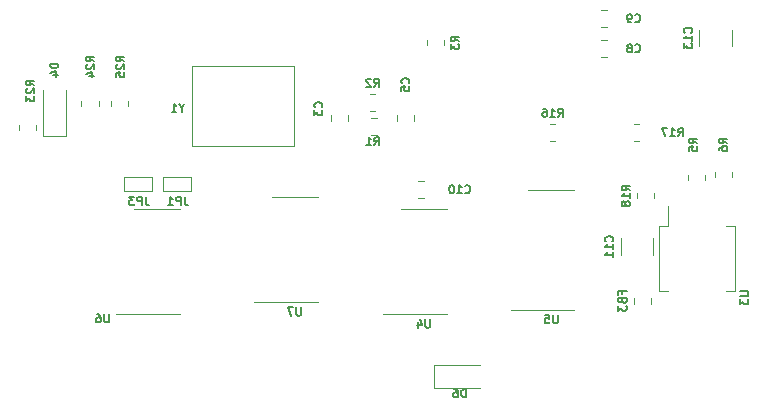
<source format=gbr>
G04 #@! TF.GenerationSoftware,KiCad,Pcbnew,5.1.5+dfsg1-2build2*
G04 #@! TF.CreationDate,2022-11-02T21:13:42+00:00*
G04 #@! TF.ProjectId,psion-speech-sp0256al2,7073696f-6e2d-4737-9065-6563682d7370,rev?*
G04 #@! TF.SameCoordinates,Original*
G04 #@! TF.FileFunction,Legend,Bot*
G04 #@! TF.FilePolarity,Positive*
%FSLAX46Y46*%
G04 Gerber Fmt 4.6, Leading zero omitted, Abs format (unit mm)*
G04 Created by KiCad (PCBNEW 5.1.5+dfsg1-2build2) date 2022-11-02 21:13:42*
%MOMM*%
%LPD*%
G04 APERTURE LIST*
%ADD10C,0.120000*%
%ADD11C,0.150000*%
G04 APERTURE END LIST*
D10*
X105320000Y-99738748D02*
X105320000Y-101161252D01*
X102600000Y-99738748D02*
X102600000Y-101161252D01*
X90050000Y-123435000D02*
X86600000Y-123435000D01*
X90050000Y-123435000D02*
X92000000Y-123435000D01*
X90050000Y-113315000D02*
X88100000Y-113315000D01*
X90050000Y-113315000D02*
X92000000Y-113315000D01*
X68300000Y-102800000D02*
X68200000Y-102800000D01*
X68300000Y-109600000D02*
X68300000Y-102800000D01*
X59600000Y-109600000D02*
X68300000Y-109600000D01*
X59600000Y-102800000D02*
X59600000Y-109600000D01*
X68200000Y-102800000D02*
X59600000Y-102800000D01*
X79248000Y-123815000D02*
X75798000Y-123815000D01*
X79248000Y-123815000D02*
X81198000Y-123815000D01*
X79248000Y-114945000D02*
X77298000Y-114945000D01*
X79248000Y-114945000D02*
X81198000Y-114945000D01*
X99897000Y-116366000D02*
X99897000Y-114676000D01*
X99152000Y-116366000D02*
X99897000Y-116366000D01*
X99152000Y-119126000D02*
X99152000Y-116366000D01*
X99152000Y-121886000D02*
X99897000Y-121886000D01*
X99152000Y-119126000D02*
X99152000Y-121886000D01*
X105572000Y-116366000D02*
X104827000Y-116366000D01*
X105572000Y-119126000D02*
X105572000Y-116366000D01*
X105572000Y-121886000D02*
X104827000Y-121886000D01*
X105572000Y-119126000D02*
X105572000Y-121886000D01*
X103913000Y-112241064D02*
X103913000Y-111786936D01*
X105383000Y-112241064D02*
X105383000Y-111786936D01*
X101627000Y-112495064D02*
X101627000Y-112040936D01*
X103097000Y-112495064D02*
X103097000Y-112040936D01*
X79529000Y-101065064D02*
X79529000Y-100610936D01*
X80999000Y-101065064D02*
X80999000Y-100610936D01*
X75157064Y-106653000D02*
X74702936Y-106653000D01*
X75157064Y-105183000D02*
X74702936Y-105183000D01*
X74806436Y-107215000D02*
X75260564Y-107215000D01*
X74806436Y-108685000D02*
X75260564Y-108685000D01*
X98642000Y-117398748D02*
X98642000Y-118821252D01*
X95922000Y-117398748D02*
X95922000Y-118821252D01*
X78732748Y-112549000D02*
X79255252Y-112549000D01*
X78732748Y-114019000D02*
X79255252Y-114019000D01*
X94226748Y-98071000D02*
X94749252Y-98071000D01*
X94226748Y-99541000D02*
X94749252Y-99541000D01*
X94226748Y-100611000D02*
X94749252Y-100611000D01*
X94226748Y-102081000D02*
X94749252Y-102081000D01*
X78459000Y-106926748D02*
X78459000Y-107449252D01*
X76989000Y-106926748D02*
X76989000Y-107449252D01*
X72871000Y-106926748D02*
X72871000Y-107449252D01*
X71401000Y-106926748D02*
X71401000Y-107449252D01*
X68326000Y-122799000D02*
X64876000Y-122799000D01*
X68326000Y-122799000D02*
X70276000Y-122799000D01*
X68326000Y-113929000D02*
X66376000Y-113929000D01*
X68326000Y-113929000D02*
X70276000Y-113929000D01*
X56642000Y-123815000D02*
X53192000Y-123815000D01*
X56642000Y-123815000D02*
X58592000Y-123815000D01*
X56642000Y-114945000D02*
X54692000Y-114945000D01*
X56642000Y-114945000D02*
X58592000Y-114945000D01*
X54235000Y-105772936D02*
X54235000Y-106227064D01*
X52765000Y-105772936D02*
X52765000Y-106227064D01*
X50265000Y-106227064D02*
X50265000Y-105772936D01*
X51735000Y-106227064D02*
X51735000Y-105772936D01*
X44985000Y-108227064D02*
X44985000Y-107772936D01*
X46455000Y-108227064D02*
X46455000Y-107772936D01*
X98779000Y-113564936D02*
X98779000Y-114019064D01*
X97309000Y-113564936D02*
X97309000Y-114019064D01*
X97054936Y-107723000D02*
X97509064Y-107723000D01*
X97054936Y-109193000D02*
X97509064Y-109193000D01*
X90397064Y-109193000D02*
X89942936Y-109193000D01*
X90397064Y-107723000D02*
X89942936Y-107723000D01*
X53918000Y-113376000D02*
X56218000Y-113376000D01*
X56218000Y-113376000D02*
X56218000Y-112176000D01*
X56218000Y-112176000D02*
X53918000Y-112176000D01*
X53918000Y-112176000D02*
X53918000Y-113376000D01*
X57220000Y-113376000D02*
X59520000Y-113376000D01*
X59520000Y-113376000D02*
X59520000Y-112176000D01*
X59520000Y-112176000D02*
X57220000Y-112176000D01*
X57220000Y-112176000D02*
X57220000Y-113376000D01*
X98525000Y-122420748D02*
X98525000Y-122943252D01*
X97055000Y-122420748D02*
X97055000Y-122943252D01*
X80150000Y-130100000D02*
X84050000Y-130100000D01*
X80150000Y-128100000D02*
X84050000Y-128100000D01*
X80150000Y-130100000D02*
X80150000Y-128100000D01*
X49000000Y-108750000D02*
X49000000Y-104850000D01*
X47000000Y-108750000D02*
X47000000Y-104850000D01*
X49000000Y-108750000D02*
X47000000Y-108750000D01*
D11*
X101910000Y-100000000D02*
X101943333Y-99966666D01*
X101976666Y-99866666D01*
X101976666Y-99800000D01*
X101943333Y-99700000D01*
X101876666Y-99633333D01*
X101810000Y-99600000D01*
X101676666Y-99566666D01*
X101576666Y-99566666D01*
X101443333Y-99600000D01*
X101376666Y-99633333D01*
X101310000Y-99700000D01*
X101276666Y-99800000D01*
X101276666Y-99866666D01*
X101310000Y-99966666D01*
X101343333Y-100000000D01*
X101976666Y-100666666D02*
X101976666Y-100266666D01*
X101976666Y-100466666D02*
X101276666Y-100466666D01*
X101376666Y-100400000D01*
X101443333Y-100333333D01*
X101476666Y-100266666D01*
X101276666Y-100900000D02*
X101276666Y-101333333D01*
X101543333Y-101100000D01*
X101543333Y-101200000D01*
X101576666Y-101266666D01*
X101610000Y-101300000D01*
X101676666Y-101333333D01*
X101843333Y-101333333D01*
X101910000Y-101300000D01*
X101943333Y-101266666D01*
X101976666Y-101200000D01*
X101976666Y-101000000D01*
X101943333Y-100933333D01*
X101910000Y-100900000D01*
X90583333Y-123891666D02*
X90583333Y-124458333D01*
X90550000Y-124525000D01*
X90516666Y-124558333D01*
X90450000Y-124591666D01*
X90316666Y-124591666D01*
X90250000Y-124558333D01*
X90216666Y-124525000D01*
X90183333Y-124458333D01*
X90183333Y-123891666D01*
X89516666Y-123891666D02*
X89850000Y-123891666D01*
X89883333Y-124225000D01*
X89850000Y-124191666D01*
X89783333Y-124158333D01*
X89616666Y-124158333D01*
X89550000Y-124191666D01*
X89516666Y-124225000D01*
X89483333Y-124291666D01*
X89483333Y-124458333D01*
X89516666Y-124525000D01*
X89550000Y-124558333D01*
X89616666Y-124591666D01*
X89783333Y-124591666D01*
X89850000Y-124558333D01*
X89883333Y-124525000D01*
X58753333Y-106409333D02*
X58753333Y-106742666D01*
X58986666Y-106042666D02*
X58753333Y-106409333D01*
X58520000Y-106042666D01*
X57920000Y-106742666D02*
X58320000Y-106742666D01*
X58120000Y-106742666D02*
X58120000Y-106042666D01*
X58186666Y-106142666D01*
X58253333Y-106209333D01*
X58320000Y-106242666D01*
X79781333Y-124276666D02*
X79781333Y-124843333D01*
X79748000Y-124910000D01*
X79714666Y-124943333D01*
X79648000Y-124976666D01*
X79514666Y-124976666D01*
X79448000Y-124943333D01*
X79414666Y-124910000D01*
X79381333Y-124843333D01*
X79381333Y-124276666D01*
X78748000Y-124510000D02*
X78748000Y-124976666D01*
X78914666Y-124243333D02*
X79081333Y-124743333D01*
X78648000Y-124743333D01*
X106042666Y-121894666D02*
X106609333Y-121894666D01*
X106676000Y-121928000D01*
X106709333Y-121961333D01*
X106742666Y-122028000D01*
X106742666Y-122161333D01*
X106709333Y-122228000D01*
X106676000Y-122261333D01*
X106609333Y-122294666D01*
X106042666Y-122294666D01*
X106042666Y-122561333D02*
X106042666Y-122994666D01*
X106309333Y-122761333D01*
X106309333Y-122861333D01*
X106342666Y-122928000D01*
X106376000Y-122961333D01*
X106442666Y-122994666D01*
X106609333Y-122994666D01*
X106676000Y-122961333D01*
X106709333Y-122928000D01*
X106742666Y-122861333D01*
X106742666Y-122661333D01*
X106709333Y-122594666D01*
X106676000Y-122561333D01*
X104964666Y-109357333D02*
X104631333Y-109124000D01*
X104964666Y-108957333D02*
X104264666Y-108957333D01*
X104264666Y-109224000D01*
X104298000Y-109290666D01*
X104331333Y-109324000D01*
X104398000Y-109357333D01*
X104498000Y-109357333D01*
X104564666Y-109324000D01*
X104598000Y-109290666D01*
X104631333Y-109224000D01*
X104631333Y-108957333D01*
X104264666Y-109957333D02*
X104264666Y-109824000D01*
X104298000Y-109757333D01*
X104331333Y-109724000D01*
X104431333Y-109657333D01*
X104564666Y-109624000D01*
X104831333Y-109624000D01*
X104898000Y-109657333D01*
X104931333Y-109690666D01*
X104964666Y-109757333D01*
X104964666Y-109890666D01*
X104931333Y-109957333D01*
X104898000Y-109990666D01*
X104831333Y-110024000D01*
X104664666Y-110024000D01*
X104598000Y-109990666D01*
X104564666Y-109957333D01*
X104531333Y-109890666D01*
X104531333Y-109757333D01*
X104564666Y-109690666D01*
X104598000Y-109657333D01*
X104664666Y-109624000D01*
X102424666Y-109357333D02*
X102091333Y-109124000D01*
X102424666Y-108957333D02*
X101724666Y-108957333D01*
X101724666Y-109224000D01*
X101758000Y-109290666D01*
X101791333Y-109324000D01*
X101858000Y-109357333D01*
X101958000Y-109357333D01*
X102024666Y-109324000D01*
X102058000Y-109290666D01*
X102091333Y-109224000D01*
X102091333Y-108957333D01*
X101724666Y-109990666D02*
X101724666Y-109657333D01*
X102058000Y-109624000D01*
X102024666Y-109657333D01*
X101991333Y-109724000D01*
X101991333Y-109890666D01*
X102024666Y-109957333D01*
X102058000Y-109990666D01*
X102124666Y-110024000D01*
X102291333Y-110024000D01*
X102358000Y-109990666D01*
X102391333Y-109957333D01*
X102424666Y-109890666D01*
X102424666Y-109724000D01*
X102391333Y-109657333D01*
X102358000Y-109624000D01*
X82230666Y-100721333D02*
X81897333Y-100488000D01*
X82230666Y-100321333D02*
X81530666Y-100321333D01*
X81530666Y-100588000D01*
X81564000Y-100654666D01*
X81597333Y-100688000D01*
X81664000Y-100721333D01*
X81764000Y-100721333D01*
X81830666Y-100688000D01*
X81864000Y-100654666D01*
X81897333Y-100588000D01*
X81897333Y-100321333D01*
X81530666Y-100954666D02*
X81530666Y-101388000D01*
X81797333Y-101154666D01*
X81797333Y-101254666D01*
X81830666Y-101321333D01*
X81864000Y-101354666D01*
X81930666Y-101388000D01*
X82097333Y-101388000D01*
X82164000Y-101354666D01*
X82197333Y-101321333D01*
X82230666Y-101254666D01*
X82230666Y-101054666D01*
X82197333Y-100988000D01*
X82164000Y-100954666D01*
X75046666Y-104584666D02*
X75280000Y-104251333D01*
X75446666Y-104584666D02*
X75446666Y-103884666D01*
X75180000Y-103884666D01*
X75113333Y-103918000D01*
X75080000Y-103951333D01*
X75046666Y-104018000D01*
X75046666Y-104118000D01*
X75080000Y-104184666D01*
X75113333Y-104218000D01*
X75180000Y-104251333D01*
X75446666Y-104251333D01*
X74780000Y-103951333D02*
X74746666Y-103918000D01*
X74680000Y-103884666D01*
X74513333Y-103884666D01*
X74446666Y-103918000D01*
X74413333Y-103951333D01*
X74380000Y-104018000D01*
X74380000Y-104084666D01*
X74413333Y-104184666D01*
X74813333Y-104584666D01*
X74380000Y-104584666D01*
X75046666Y-109536666D02*
X75280000Y-109203333D01*
X75446666Y-109536666D02*
X75446666Y-108836666D01*
X75180000Y-108836666D01*
X75113333Y-108870000D01*
X75080000Y-108903333D01*
X75046666Y-108970000D01*
X75046666Y-109070000D01*
X75080000Y-109136666D01*
X75113333Y-109170000D01*
X75180000Y-109203333D01*
X75446666Y-109203333D01*
X74380000Y-109536666D02*
X74780000Y-109536666D01*
X74580000Y-109536666D02*
X74580000Y-108836666D01*
X74646666Y-108936666D01*
X74713333Y-109003333D01*
X74780000Y-109036666D01*
X95232000Y-117660000D02*
X95265333Y-117626666D01*
X95298666Y-117526666D01*
X95298666Y-117460000D01*
X95265333Y-117360000D01*
X95198666Y-117293333D01*
X95132000Y-117260000D01*
X94998666Y-117226666D01*
X94898666Y-117226666D01*
X94765333Y-117260000D01*
X94698666Y-117293333D01*
X94632000Y-117360000D01*
X94598666Y-117460000D01*
X94598666Y-117526666D01*
X94632000Y-117626666D01*
X94665333Y-117660000D01*
X95298666Y-118326666D02*
X95298666Y-117926666D01*
X95298666Y-118126666D02*
X94598666Y-118126666D01*
X94698666Y-118060000D01*
X94765333Y-117993333D01*
X94798666Y-117926666D01*
X95298666Y-118993333D02*
X95298666Y-118593333D01*
X95298666Y-118793333D02*
X94598666Y-118793333D01*
X94698666Y-118726666D01*
X94765333Y-118660000D01*
X94798666Y-118593333D01*
X82746000Y-113534000D02*
X82779333Y-113567333D01*
X82879333Y-113600666D01*
X82946000Y-113600666D01*
X83046000Y-113567333D01*
X83112666Y-113500666D01*
X83146000Y-113434000D01*
X83179333Y-113300666D01*
X83179333Y-113200666D01*
X83146000Y-113067333D01*
X83112666Y-113000666D01*
X83046000Y-112934000D01*
X82946000Y-112900666D01*
X82879333Y-112900666D01*
X82779333Y-112934000D01*
X82746000Y-112967333D01*
X82079333Y-113600666D02*
X82479333Y-113600666D01*
X82279333Y-113600666D02*
X82279333Y-112900666D01*
X82346000Y-113000666D01*
X82412666Y-113067333D01*
X82479333Y-113100666D01*
X81646000Y-112900666D02*
X81579333Y-112900666D01*
X81512666Y-112934000D01*
X81479333Y-112967333D01*
X81446000Y-113034000D01*
X81412666Y-113167333D01*
X81412666Y-113334000D01*
X81446000Y-113467333D01*
X81479333Y-113534000D01*
X81512666Y-113567333D01*
X81579333Y-113600666D01*
X81646000Y-113600666D01*
X81712666Y-113567333D01*
X81746000Y-113534000D01*
X81779333Y-113467333D01*
X81812666Y-113334000D01*
X81812666Y-113167333D01*
X81779333Y-113034000D01*
X81746000Y-112967333D01*
X81712666Y-112934000D01*
X81646000Y-112900666D01*
X97144666Y-99056000D02*
X97178000Y-99089333D01*
X97278000Y-99122666D01*
X97344666Y-99122666D01*
X97444666Y-99089333D01*
X97511333Y-99022666D01*
X97544666Y-98956000D01*
X97578000Y-98822666D01*
X97578000Y-98722666D01*
X97544666Y-98589333D01*
X97511333Y-98522666D01*
X97444666Y-98456000D01*
X97344666Y-98422666D01*
X97278000Y-98422666D01*
X97178000Y-98456000D01*
X97144666Y-98489333D01*
X96811333Y-99122666D02*
X96678000Y-99122666D01*
X96611333Y-99089333D01*
X96578000Y-99056000D01*
X96511333Y-98956000D01*
X96478000Y-98822666D01*
X96478000Y-98556000D01*
X96511333Y-98489333D01*
X96544666Y-98456000D01*
X96611333Y-98422666D01*
X96744666Y-98422666D01*
X96811333Y-98456000D01*
X96844666Y-98489333D01*
X96878000Y-98556000D01*
X96878000Y-98722666D01*
X96844666Y-98789333D01*
X96811333Y-98822666D01*
X96744666Y-98856000D01*
X96611333Y-98856000D01*
X96544666Y-98822666D01*
X96511333Y-98789333D01*
X96478000Y-98722666D01*
X97144666Y-101596000D02*
X97178000Y-101629333D01*
X97278000Y-101662666D01*
X97344666Y-101662666D01*
X97444666Y-101629333D01*
X97511333Y-101562666D01*
X97544666Y-101496000D01*
X97578000Y-101362666D01*
X97578000Y-101262666D01*
X97544666Y-101129333D01*
X97511333Y-101062666D01*
X97444666Y-100996000D01*
X97344666Y-100962666D01*
X97278000Y-100962666D01*
X97178000Y-100996000D01*
X97144666Y-101029333D01*
X96744666Y-101262666D02*
X96811333Y-101229333D01*
X96844666Y-101196000D01*
X96878000Y-101129333D01*
X96878000Y-101096000D01*
X96844666Y-101029333D01*
X96811333Y-100996000D01*
X96744666Y-100962666D01*
X96611333Y-100962666D01*
X96544666Y-100996000D01*
X96511333Y-101029333D01*
X96478000Y-101096000D01*
X96478000Y-101129333D01*
X96511333Y-101196000D01*
X96544666Y-101229333D01*
X96611333Y-101262666D01*
X96744666Y-101262666D01*
X96811333Y-101296000D01*
X96844666Y-101329333D01*
X96878000Y-101396000D01*
X96878000Y-101529333D01*
X96844666Y-101596000D01*
X96811333Y-101629333D01*
X96744666Y-101662666D01*
X96611333Y-101662666D01*
X96544666Y-101629333D01*
X96511333Y-101596000D01*
X96478000Y-101529333D01*
X96478000Y-101396000D01*
X96511333Y-101329333D01*
X96544666Y-101296000D01*
X96611333Y-101262666D01*
X77974000Y-104277333D02*
X78007333Y-104244000D01*
X78040666Y-104144000D01*
X78040666Y-104077333D01*
X78007333Y-103977333D01*
X77940666Y-103910666D01*
X77874000Y-103877333D01*
X77740666Y-103844000D01*
X77640666Y-103844000D01*
X77507333Y-103877333D01*
X77440666Y-103910666D01*
X77374000Y-103977333D01*
X77340666Y-104077333D01*
X77340666Y-104144000D01*
X77374000Y-104244000D01*
X77407333Y-104277333D01*
X77340666Y-104910666D02*
X77340666Y-104577333D01*
X77674000Y-104544000D01*
X77640666Y-104577333D01*
X77607333Y-104644000D01*
X77607333Y-104810666D01*
X77640666Y-104877333D01*
X77674000Y-104910666D01*
X77740666Y-104944000D01*
X77907333Y-104944000D01*
X77974000Y-104910666D01*
X78007333Y-104877333D01*
X78040666Y-104810666D01*
X78040666Y-104644000D01*
X78007333Y-104577333D01*
X77974000Y-104544000D01*
X70608000Y-106309333D02*
X70641333Y-106276000D01*
X70674666Y-106176000D01*
X70674666Y-106109333D01*
X70641333Y-106009333D01*
X70574666Y-105942666D01*
X70508000Y-105909333D01*
X70374666Y-105876000D01*
X70274666Y-105876000D01*
X70141333Y-105909333D01*
X70074666Y-105942666D01*
X70008000Y-106009333D01*
X69974666Y-106109333D01*
X69974666Y-106176000D01*
X70008000Y-106276000D01*
X70041333Y-106309333D01*
X69974666Y-106542666D02*
X69974666Y-106976000D01*
X70241333Y-106742666D01*
X70241333Y-106842666D01*
X70274666Y-106909333D01*
X70308000Y-106942666D01*
X70374666Y-106976000D01*
X70541333Y-106976000D01*
X70608000Y-106942666D01*
X70641333Y-106909333D01*
X70674666Y-106842666D01*
X70674666Y-106642666D01*
X70641333Y-106576000D01*
X70608000Y-106542666D01*
X68859333Y-123260666D02*
X68859333Y-123827333D01*
X68826000Y-123894000D01*
X68792666Y-123927333D01*
X68726000Y-123960666D01*
X68592666Y-123960666D01*
X68526000Y-123927333D01*
X68492666Y-123894000D01*
X68459333Y-123827333D01*
X68459333Y-123260666D01*
X68192666Y-123260666D02*
X67726000Y-123260666D01*
X68026000Y-123960666D01*
X52603333Y-123822666D02*
X52603333Y-124389333D01*
X52570000Y-124456000D01*
X52536666Y-124489333D01*
X52470000Y-124522666D01*
X52336666Y-124522666D01*
X52270000Y-124489333D01*
X52236666Y-124456000D01*
X52203333Y-124389333D01*
X52203333Y-123822666D01*
X51570000Y-123822666D02*
X51703333Y-123822666D01*
X51770000Y-123856000D01*
X51803333Y-123889333D01*
X51870000Y-123989333D01*
X51903333Y-124122666D01*
X51903333Y-124389333D01*
X51870000Y-124456000D01*
X51836666Y-124489333D01*
X51770000Y-124522666D01*
X51636666Y-124522666D01*
X51570000Y-124489333D01*
X51536666Y-124456000D01*
X51503333Y-124389333D01*
X51503333Y-124222666D01*
X51536666Y-124156000D01*
X51570000Y-124122666D01*
X51636666Y-124089333D01*
X51770000Y-124089333D01*
X51836666Y-124122666D01*
X51870000Y-124156000D01*
X51903333Y-124222666D01*
X53910666Y-102420000D02*
X53577333Y-102186666D01*
X53910666Y-102020000D02*
X53210666Y-102020000D01*
X53210666Y-102286666D01*
X53244000Y-102353333D01*
X53277333Y-102386666D01*
X53344000Y-102420000D01*
X53444000Y-102420000D01*
X53510666Y-102386666D01*
X53544000Y-102353333D01*
X53577333Y-102286666D01*
X53577333Y-102020000D01*
X53277333Y-102686666D02*
X53244000Y-102720000D01*
X53210666Y-102786666D01*
X53210666Y-102953333D01*
X53244000Y-103020000D01*
X53277333Y-103053333D01*
X53344000Y-103086666D01*
X53410666Y-103086666D01*
X53510666Y-103053333D01*
X53910666Y-102653333D01*
X53910666Y-103086666D01*
X53210666Y-103720000D02*
X53210666Y-103386666D01*
X53544000Y-103353333D01*
X53510666Y-103386666D01*
X53477333Y-103453333D01*
X53477333Y-103620000D01*
X53510666Y-103686666D01*
X53544000Y-103720000D01*
X53610666Y-103753333D01*
X53777333Y-103753333D01*
X53844000Y-103720000D01*
X53877333Y-103686666D01*
X53910666Y-103620000D01*
X53910666Y-103453333D01*
X53877333Y-103386666D01*
X53844000Y-103353333D01*
X51370666Y-102420000D02*
X51037333Y-102186666D01*
X51370666Y-102020000D02*
X50670666Y-102020000D01*
X50670666Y-102286666D01*
X50704000Y-102353333D01*
X50737333Y-102386666D01*
X50804000Y-102420000D01*
X50904000Y-102420000D01*
X50970666Y-102386666D01*
X51004000Y-102353333D01*
X51037333Y-102286666D01*
X51037333Y-102020000D01*
X50737333Y-102686666D02*
X50704000Y-102720000D01*
X50670666Y-102786666D01*
X50670666Y-102953333D01*
X50704000Y-103020000D01*
X50737333Y-103053333D01*
X50804000Y-103086666D01*
X50870666Y-103086666D01*
X50970666Y-103053333D01*
X51370666Y-102653333D01*
X51370666Y-103086666D01*
X50904000Y-103686666D02*
X51370666Y-103686666D01*
X50637333Y-103520000D02*
X51137333Y-103353333D01*
X51137333Y-103786666D01*
X46290666Y-104452000D02*
X45957333Y-104218666D01*
X46290666Y-104052000D02*
X45590666Y-104052000D01*
X45590666Y-104318666D01*
X45624000Y-104385333D01*
X45657333Y-104418666D01*
X45724000Y-104452000D01*
X45824000Y-104452000D01*
X45890666Y-104418666D01*
X45924000Y-104385333D01*
X45957333Y-104318666D01*
X45957333Y-104052000D01*
X45657333Y-104718666D02*
X45624000Y-104752000D01*
X45590666Y-104818666D01*
X45590666Y-104985333D01*
X45624000Y-105052000D01*
X45657333Y-105085333D01*
X45724000Y-105118666D01*
X45790666Y-105118666D01*
X45890666Y-105085333D01*
X46290666Y-104685333D01*
X46290666Y-105118666D01*
X45590666Y-105352000D02*
X45590666Y-105785333D01*
X45857333Y-105552000D01*
X45857333Y-105652000D01*
X45890666Y-105718666D01*
X45924000Y-105752000D01*
X45990666Y-105785333D01*
X46157333Y-105785333D01*
X46224000Y-105752000D01*
X46257333Y-105718666D01*
X46290666Y-105652000D01*
X46290666Y-105452000D01*
X46257333Y-105385333D01*
X46224000Y-105352000D01*
X96710666Y-113342000D02*
X96377333Y-113108666D01*
X96710666Y-112942000D02*
X96010666Y-112942000D01*
X96010666Y-113208666D01*
X96044000Y-113275333D01*
X96077333Y-113308666D01*
X96144000Y-113342000D01*
X96244000Y-113342000D01*
X96310666Y-113308666D01*
X96344000Y-113275333D01*
X96377333Y-113208666D01*
X96377333Y-112942000D01*
X96710666Y-114008666D02*
X96710666Y-113608666D01*
X96710666Y-113808666D02*
X96010666Y-113808666D01*
X96110666Y-113742000D01*
X96177333Y-113675333D01*
X96210666Y-113608666D01*
X96310666Y-114408666D02*
X96277333Y-114342000D01*
X96244000Y-114308666D01*
X96177333Y-114275333D01*
X96144000Y-114275333D01*
X96077333Y-114308666D01*
X96044000Y-114342000D01*
X96010666Y-114408666D01*
X96010666Y-114542000D01*
X96044000Y-114608666D01*
X96077333Y-114642000D01*
X96144000Y-114675333D01*
X96177333Y-114675333D01*
X96244000Y-114642000D01*
X96277333Y-114608666D01*
X96310666Y-114542000D01*
X96310666Y-114408666D01*
X96344000Y-114342000D01*
X96377333Y-114308666D01*
X96444000Y-114275333D01*
X96577333Y-114275333D01*
X96644000Y-114308666D01*
X96677333Y-114342000D01*
X96710666Y-114408666D01*
X96710666Y-114542000D01*
X96677333Y-114608666D01*
X96644000Y-114642000D01*
X96577333Y-114675333D01*
X96444000Y-114675333D01*
X96377333Y-114642000D01*
X96344000Y-114608666D01*
X96310666Y-114542000D01*
X100780000Y-108774666D02*
X101013333Y-108441333D01*
X101180000Y-108774666D02*
X101180000Y-108074666D01*
X100913333Y-108074666D01*
X100846666Y-108108000D01*
X100813333Y-108141333D01*
X100780000Y-108208000D01*
X100780000Y-108308000D01*
X100813333Y-108374666D01*
X100846666Y-108408000D01*
X100913333Y-108441333D01*
X101180000Y-108441333D01*
X100113333Y-108774666D02*
X100513333Y-108774666D01*
X100313333Y-108774666D02*
X100313333Y-108074666D01*
X100380000Y-108174666D01*
X100446666Y-108241333D01*
X100513333Y-108274666D01*
X99880000Y-108074666D02*
X99413333Y-108074666D01*
X99713333Y-108774666D01*
X90620000Y-107124666D02*
X90853333Y-106791333D01*
X91020000Y-107124666D02*
X91020000Y-106424666D01*
X90753333Y-106424666D01*
X90686666Y-106458000D01*
X90653333Y-106491333D01*
X90620000Y-106558000D01*
X90620000Y-106658000D01*
X90653333Y-106724666D01*
X90686666Y-106758000D01*
X90753333Y-106791333D01*
X91020000Y-106791333D01*
X89953333Y-107124666D02*
X90353333Y-107124666D01*
X90153333Y-107124666D02*
X90153333Y-106424666D01*
X90220000Y-106524666D01*
X90286666Y-106591333D01*
X90353333Y-106624666D01*
X89353333Y-106424666D02*
X89486666Y-106424666D01*
X89553333Y-106458000D01*
X89586666Y-106491333D01*
X89653333Y-106591333D01*
X89686666Y-106724666D01*
X89686666Y-106991333D01*
X89653333Y-107058000D01*
X89620000Y-107091333D01*
X89553333Y-107124666D01*
X89420000Y-107124666D01*
X89353333Y-107091333D01*
X89320000Y-107058000D01*
X89286666Y-106991333D01*
X89286666Y-106824666D01*
X89320000Y-106758000D01*
X89353333Y-106724666D01*
X89420000Y-106691333D01*
X89553333Y-106691333D01*
X89620000Y-106724666D01*
X89653333Y-106758000D01*
X89686666Y-106824666D01*
X55701333Y-113892666D02*
X55701333Y-114392666D01*
X55734666Y-114492666D01*
X55801333Y-114559333D01*
X55901333Y-114592666D01*
X55968000Y-114592666D01*
X55368000Y-114592666D02*
X55368000Y-113892666D01*
X55101333Y-113892666D01*
X55034666Y-113926000D01*
X55001333Y-113959333D01*
X54968000Y-114026000D01*
X54968000Y-114126000D01*
X55001333Y-114192666D01*
X55034666Y-114226000D01*
X55101333Y-114259333D01*
X55368000Y-114259333D01*
X54734666Y-113892666D02*
X54301333Y-113892666D01*
X54534666Y-114159333D01*
X54434666Y-114159333D01*
X54368000Y-114192666D01*
X54334666Y-114226000D01*
X54301333Y-114292666D01*
X54301333Y-114459333D01*
X54334666Y-114526000D01*
X54368000Y-114559333D01*
X54434666Y-114592666D01*
X54634666Y-114592666D01*
X54701333Y-114559333D01*
X54734666Y-114526000D01*
X59003333Y-113892666D02*
X59003333Y-114392666D01*
X59036666Y-114492666D01*
X59103333Y-114559333D01*
X59203333Y-114592666D01*
X59270000Y-114592666D01*
X58670000Y-114592666D02*
X58670000Y-113892666D01*
X58403333Y-113892666D01*
X58336666Y-113926000D01*
X58303333Y-113959333D01*
X58270000Y-114026000D01*
X58270000Y-114126000D01*
X58303333Y-114192666D01*
X58336666Y-114226000D01*
X58403333Y-114259333D01*
X58670000Y-114259333D01*
X57603333Y-114592666D02*
X58003333Y-114592666D01*
X57803333Y-114592666D02*
X57803333Y-113892666D01*
X57870000Y-113992666D01*
X57936666Y-114059333D01*
X58003333Y-114092666D01*
X96060000Y-122098666D02*
X96060000Y-121865333D01*
X96426666Y-121865333D02*
X95726666Y-121865333D01*
X95726666Y-122198666D01*
X96060000Y-122698666D02*
X96093333Y-122798666D01*
X96126666Y-122832000D01*
X96193333Y-122865333D01*
X96293333Y-122865333D01*
X96360000Y-122832000D01*
X96393333Y-122798666D01*
X96426666Y-122732000D01*
X96426666Y-122465333D01*
X95726666Y-122465333D01*
X95726666Y-122698666D01*
X95760000Y-122765333D01*
X95793333Y-122798666D01*
X95860000Y-122832000D01*
X95926666Y-122832000D01*
X95993333Y-122798666D01*
X96026666Y-122765333D01*
X96060000Y-122698666D01*
X96060000Y-122465333D01*
X95726666Y-123098666D02*
X95726666Y-123532000D01*
X95993333Y-123298666D01*
X95993333Y-123398666D01*
X96026666Y-123465333D01*
X96060000Y-123498666D01*
X96126666Y-123532000D01*
X96293333Y-123532000D01*
X96360000Y-123498666D01*
X96393333Y-123465333D01*
X96426666Y-123398666D01*
X96426666Y-123198666D01*
X96393333Y-123132000D01*
X96360000Y-123098666D01*
X82812666Y-130872666D02*
X82812666Y-130172666D01*
X82646000Y-130172666D01*
X82546000Y-130206000D01*
X82479333Y-130272666D01*
X82446000Y-130339333D01*
X82412666Y-130472666D01*
X82412666Y-130572666D01*
X82446000Y-130706000D01*
X82479333Y-130772666D01*
X82546000Y-130839333D01*
X82646000Y-130872666D01*
X82812666Y-130872666D01*
X81812666Y-130172666D02*
X81946000Y-130172666D01*
X82012666Y-130206000D01*
X82046000Y-130239333D01*
X82112666Y-130339333D01*
X82146000Y-130472666D01*
X82146000Y-130739333D01*
X82112666Y-130806000D01*
X82079333Y-130839333D01*
X82012666Y-130872666D01*
X81879333Y-130872666D01*
X81812666Y-130839333D01*
X81779333Y-130806000D01*
X81746000Y-130739333D01*
X81746000Y-130572666D01*
X81779333Y-130506000D01*
X81812666Y-130472666D01*
X81879333Y-130439333D01*
X82012666Y-130439333D01*
X82079333Y-130472666D01*
X82112666Y-130506000D01*
X82146000Y-130572666D01*
X48322666Y-102607333D02*
X47622666Y-102607333D01*
X47622666Y-102774000D01*
X47656000Y-102874000D01*
X47722666Y-102940666D01*
X47789333Y-102974000D01*
X47922666Y-103007333D01*
X48022666Y-103007333D01*
X48156000Y-102974000D01*
X48222666Y-102940666D01*
X48289333Y-102874000D01*
X48322666Y-102774000D01*
X48322666Y-102607333D01*
X47856000Y-103607333D02*
X48322666Y-103607333D01*
X47589333Y-103440666D02*
X48089333Y-103274000D01*
X48089333Y-103707333D01*
M02*

</source>
